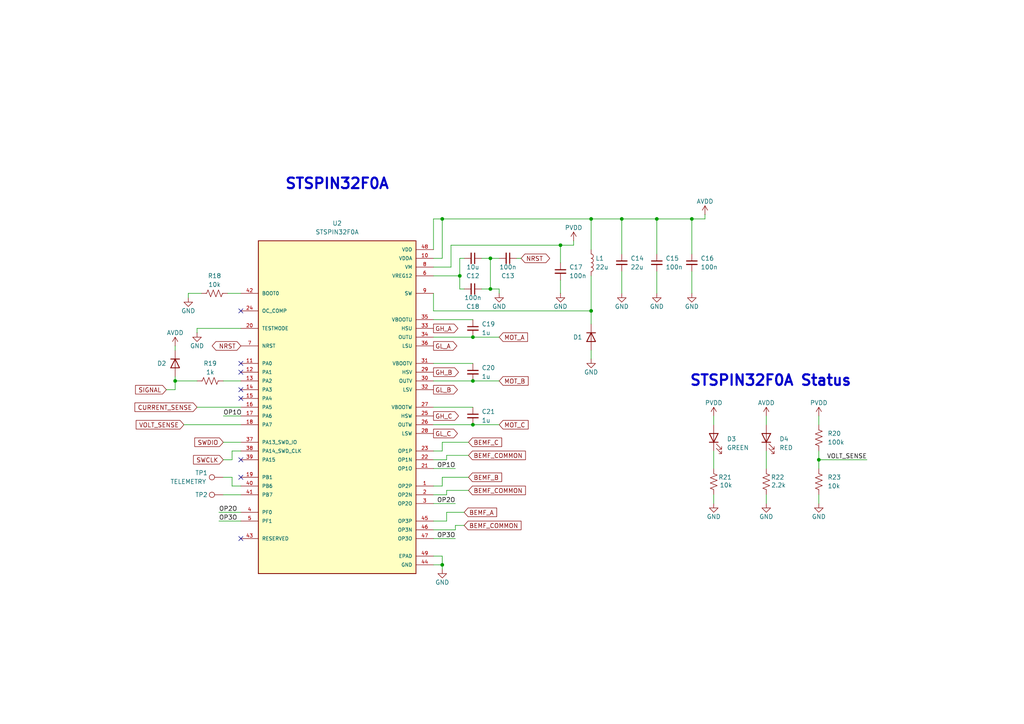
<source format=kicad_sch>
(kicad_sch (version 20231120) (generator "eeschema") (generator_version "8.0")
  (paper "A4")
  (title_block (title "Easy BLDC") (date "2024-08-06") (rev "2.0") (company "Peter Buckley Engineering"))
  (lib_symbols
    (symbol "Connector:TestPoint" (pin_numbers hide) (pin_names (offset 0.762) hide)
      (property "Reference" "TP" (at 0 6.858 0))
      (property "Value" "TestPoint" (at 0 5.08 0))
      (symbol "TestPoint_0_1"
        (circle (center 0 3.302) (radius 0.762))
      )
      (symbol "TestPoint_1_1"
        (pin passive line (at 0 0 90) (length 2.54) (name "1") (number "1"))
      )
    )
    (symbol "Device:C_Small" (pin_numbers hide) (pin_names (offset 0.254) hide)
      (property "Reference" "C" (at 0.254 1.778 0))
      (property "Value" "C_Small" (at 0.254 -2.032 0))
      (symbol "C_Small_0_1"
        (polyline (pts (xy -1.524 -0.508) (xy 1.524 -0.508)) (stroke (width 0.3302)))
        (polyline (pts (xy -1.524 0.508) (xy 1.524 0.508)) (stroke (width 0.3048)))
      )
      (symbol "C_Small_1_1"
        (pin passive line (at 0 2.54 270) (length 2.032) (name "~") (number "1"))
        (pin passive line (at 0 -2.54 90) (length 2.032) (name "~") (number "2"))
      )
    )
    (symbol "Device:D" (pin_numbers hide) (pin_names (offset 1.016) hide)
      (property "Reference" "D" (at 0 2.54 0))
      (property "Value" "D" (at 0 -2.54 0))
      (symbol "D_0_1"
        (polyline (pts (xy -1.27 1.27) (xy -1.27 -1.27)) (stroke (width 0.254)))
        (polyline (pts (xy 1.27 0) (xy -1.27 0)))
        (polyline (pts (xy 1.27 1.27) (xy 1.27 -1.27) (xy -1.27 0) (xy 1.27 1.27)) (stroke (width 0.254)))
      )
      (symbol "D_1_1"
        (pin passive line (at -3.81 0 0) (length 2.54) (name "K") (number "1"))
        (pin passive line (at 3.81 0 180) (length 2.54) (name "A") (number "2"))
      )
    )
    (symbol "Device:L" (pin_numbers hide) (pin_names (offset 1.016) hide)
      (property "Reference" "L" (at -1.27 0 90))
      (property "Value" "L" (at 1.905 0 90))
      (symbol "L_0_1"
        (arc (start 0 -2.54) (mid 0.6323 -1.905) (end 0 -1.27))
        (arc (start 0 -1.27) (mid 0.6323 -0.635) (end 0 0))
        (arc (start 0 0) (mid 0.6323 0.635) (end 0 1.27))
        (arc (start 0 1.27) (mid 0.6323 1.905) (end 0 2.54))
      )
      (symbol "L_1_1"
        (pin passive line (at 0 3.81 270) (length 1.27) (name "1") (number "1"))
        (pin passive line (at 0 -3.81 90) (length 1.27) (name "2") (number "2"))
      )
    )
    (symbol "Device:LED" (pin_numbers hide) (pin_names (offset 1.016) hide)
      (property "Reference" "D" (at 0 2.54 0))
      (property "Value" "LED" (at 0 -2.54 0))
      (symbol "LED_0_1"
        (polyline (pts (xy -1.27 -1.27) (xy -1.27 1.27)) (stroke (width 0.254)))
        (polyline (pts (xy -1.27 0) (xy 1.27 0)))
        (polyline (pts (xy 1.27 -1.27) (xy 1.27 1.27) (xy -1.27 0) (xy 1.27 -1.27)) (stroke (width 0.254)))
        (polyline (pts (xy -3.048 -0.762) (xy -4.572 -2.286) (xy -3.81 -2.286) (xy -4.572 -2.286) (xy -4.572 -1.524)))
        (polyline (pts (xy -1.778 -0.762) (xy -3.302 -2.286) (xy -2.54 -2.286) (xy -3.302 -2.286) (xy -3.302 -1.524)))
      )
      (symbol "LED_1_1"
        (pin passive line (at -3.81 0 0) (length 2.54) (name "K") (number "1"))
        (pin passive line (at 3.81 0 180) (length 2.54) (name "A") (number "2"))
      )
    )
    (symbol "Device:R_US" (pin_numbers hide) (pin_names (offset 0))
      (property "Reference" "R" (at 2.54 0 90))
      (property "Value" "R_US" (at -2.54 0 90))
      (symbol "R_US_0_1"
        (polyline (pts (xy 0 -2.286) (xy 0 -2.54)))
        (polyline (pts (xy 0 2.286) (xy 0 2.54)))
        (polyline (pts (xy 0 -0.762) (xy 1.016 -1.143) (xy 0 -1.524) (xy -1.016 -1.905) (xy 0 -2.286)))
        (polyline (pts (xy 0 0.762) (xy 1.016 0.381) (xy 0 0) (xy -1.016 -0.381) (xy 0 -0.762)))
        (polyline (pts (xy 0 2.286) (xy 1.016 1.905) (xy 0 1.524) (xy -1.016 1.143) (xy 0 0.762)))
      )
      (symbol "R_US_1_1"
        (pin passive line (at 0 3.81 270) (length 1.27) (name "~") (number "1"))
        (pin passive line (at 0 -3.81 90) (length 1.27) (name "~") (number "2"))
      )
    )
    (symbol "EasyBLDC:STSPIN32F0A" (pin_names (offset 1.016))
      (property "Reference" "U" (at -22.86 49.53 0))
      (property "Value" "STSPIN32F0A" (at -22.86 -49.53 0))
      (symbol "STSPIN32F0A_0_0"
        (rectangle (start -22.86 -48.26) (end 22.86 48.26) (stroke (width 0.254)) (fill (type background)))
        (pin input line (at 27.94 -22.86 180) (length 5.08) (name "OP2P") (number "1"))
        (pin power_in line (at 27.94 43.18 180) (length 5.08) (name "VDDA") (number "10"))
        (pin bidirectional line (at -27.94 12.7 0) (length 5.08) (name "PA0") (number "11"))
        (pin bidirectional line (at -27.94 10.16 0) (length 5.08) (name "PA1") (number "12"))
        (pin bidirectional line (at -27.94 7.62 0) (length 5.08) (name "PA2") (number "13"))
        (pin bidirectional line (at -27.94 5.08 0) (length 5.08) (name "PA3") (number "14"))
        (pin bidirectional line (at -27.94 2.54 0) (length 5.08) (name "PA4") (number "15"))
        (pin bidirectional line (at -27.94 0 0) (length 5.08) (name "PA5") (number "16"))
        (pin bidirectional line (at -27.94 -2.54 0) (length 5.08) (name "PA6") (number "17"))
        (pin bidirectional line (at -27.94 -5.08 0) (length 5.08) (name "PA7") (number "18"))
        (pin bidirectional line (at -27.94 -20.32 0) (length 5.08) (name "PB1") (number "19"))
        (pin input line (at 27.94 -25.4 180) (length 5.08) (name "OP2N") (number "2"))
        (pin input line (at -27.94 22.86 0) (length 5.08) (name "TESTMODE") (number "20"))
        (pin output line (at 27.94 -17.78 180) (length 5.08) (name "OP1O") (number "21"))
        (pin input line (at 27.94 -15.24 180) (length 5.08) (name "OP1N") (number "22"))
        (pin input line (at 27.94 -12.7 180) (length 5.08) (name "OP1P") (number "23"))
        (pin input line (at -27.94 27.94 0) (length 5.08) (name "OC_COMP") (number "24"))
        (pin output line (at 27.94 -2.54 180) (length 5.08) (name "HSW") (number "25"))
        (pin output line (at 27.94 -5.08 180) (length 5.08) (name "OUTW") (number "26"))
        (pin power_in line (at 27.94 0 180) (length 5.08) (name "VBOOTW") (number "27"))
        (pin output line (at 27.94 -7.62 180) (length 5.08) (name "LSW") (number "28"))
        (pin output line (at 27.94 10.16 180) (length 5.08) (name "HSV") (number "29"))
        (pin output line (at 27.94 -27.94 180) (length 5.08) (name "OP2O") (number "3"))
        (pin output line (at 27.94 7.62 180) (length 5.08) (name "OUTV") (number "30"))
        (pin power_in line (at 27.94 12.7 180) (length 5.08) (name "VBOOTV") (number "31"))
        (pin output line (at 27.94 5.08 180) (length 5.08) (name "LSV") (number "32"))
        (pin output line (at 27.94 22.86 180) (length 5.08) (name "HSU") (number "33"))
        (pin output line (at 27.94 20.32 180) (length 5.08) (name "OUTU") (number "34"))
        (pin power_in line (at 27.94 25.4 180) (length 5.08) (name "VBOOTU") (number "35"))
        (pin output line (at 27.94 17.78 180) (length 5.08) (name "LSU") (number "36"))
        (pin bidirectional line (at -27.94 -10.16 0) (length 5.08) (name "PA13_SWD_IO") (number "37"))
        (pin bidirectional line (at -27.94 -12.7 0) (length 5.08) (name "PA14_SWD_CLK") (number "38"))
        (pin bidirectional line (at -27.94 -15.24 0) (length 5.08) (name "PA15") (number "39"))
        (pin bidirectional line (at -27.94 -30.48 0) (length 5.08) (name "PF0") (number "4"))
        (pin bidirectional line (at -27.94 -22.86 0) (length 5.08) (name "PB6") (number "40"))
        (pin bidirectional line (at -27.94 -25.4 0) (length 5.08) (name "PB7") (number "41"))
        (pin input line (at -27.94 33.02 0) (length 5.08) (name "BOOT0") (number "42"))
        (pin passive line (at -27.94 -38.1 0) (length 5.08) (name "RESERVED") (number "43"))
        (pin power_in line (at 27.94 -45.72 180) (length 5.08) (name "GND") (number "44"))
        (pin input line (at 27.94 -33.02 180) (length 5.08) (name "OP3P") (number "45"))
        (pin input line (at 27.94 -35.56 180) (length 5.08) (name "OP3N") (number "46"))
        (pin output line (at 27.94 -38.1 180) (length 5.08) (name "OP3O") (number "47"))
        (pin power_in line (at 27.94 45.72 180) (length 5.08) (name "VDD") (number "48"))
        (pin power_in line (at 27.94 -43.18 180) (length 5.08) (name "EPAD") (number "49"))
        (pin bidirectional line (at -27.94 -33.02 0) (length 5.08) (name "PF1") (number "5"))
        (pin power_in line (at 27.94 38.1 180) (length 5.08) (name "VREG12") (number "6"))
        (pin bidirectional line (at -27.94 17.78 0) (length 5.08) (name "NRST") (number "7"))
        (pin power_in line (at 27.94 40.64 180) (length 5.08) (name "VM") (number "8"))
        (pin output line (at 27.94 33.02 180) (length 5.08) (name "SW") (number "9"))
      )
    )
    (symbol "power:+1V1" (power) (pin_numbers hide) (pin_names (offset 0) hide)
      (property "Value" "+1V1" (at 0 3.556 0))
      (symbol "+1V1_0_1"
        (polyline (pts (xy -0.762 1.27) (xy 0 2.54)))
        (polyline (pts (xy 0 0) (xy 0 2.54)))
        (polyline (pts (xy 0 2.54) (xy 0.762 1.27)))
      )
      (symbol "+1V1_1_1"
        (pin power_in line (at 0 0 90) (length 0) (name "~") (number "1"))
      )
    )
    (symbol "power:GND" (power) (pin_numbers hide) (pin_names (offset 0) hide)
      (property "Value" "GND" (at 0 -3.81 0))
      (symbol "GND_0_1"
        (polyline (pts (xy 0 0) (xy 0 -1.27) (xy 1.27 -1.27) (xy 0 -2.54) (xy -1.27 -1.27) (xy 0 -1.27)))
      )
      (symbol "GND_1_1"
        (pin power_in line (at 0 0 270) (length 0) (name "~") (number "1"))
      )
    )
    (symbol "power:VDC" (power) (pin_numbers hide) (pin_names (offset 0) hide)
      (property "Value" "VDC" (at 0 3.556 0))
      (symbol "VDC_0_1"
        (polyline (pts (xy -0.762 1.27) (xy 0 2.54)))
        (polyline (pts (xy 0 0) (xy 0 2.54)))
        (polyline (pts (xy 0 2.54) (xy 0.762 1.27)))
      )
      (symbol "VDC_1_1"
        (pin power_in line (at 0 0 90) (length 0) (name "~") (number "1"))
      )
    )
  )
  (junction (at 137.16 97.79))
  (junction (at 142.24 74.93))
  (junction (at 128.27 63.5))
  (junction (at 128.27 163.83))
  (junction (at 237.49 133.35))
  (junction (at 137.16 110.49))
  (junction (at 180.34 63.5))
  (junction (at 171.45 90.17))
  (junction (at 50.8 110.49))
  (junction (at 200.66 63.5))
  (junction (at 171.45 63.5))
  (junction (at 162.56 71.12))
  (junction (at 137.16 123.19))
  (junction (at 142.24 83.82))
  (junction (at 133.35 80.01))
  (junction (at 190.5 63.5))
  (no_connect (at 69.85 115.57))
  (no_connect (at 69.85 113.03))
  (no_connect (at 69.85 138.43))
  (no_connect (at 69.85 107.95))
  (no_connect (at 69.85 156.21))
  (no_connect (at 69.85 133.35))
  (no_connect (at 69.85 105.41))
  (no_connect (at 69.85 90.17))
  (wire (pts (xy 137.16 97.79) (xy 125.73 97.79)))
  (wire (pts (xy 222.25 120.65) (xy 222.25 123.19)))
  (wire (pts (xy 129.54 151.13) (xy 125.73 151.13)))
  (wire (pts (xy 125.73 80.01) (xy 133.35 80.01)))
  (wire (pts (xy 64.77 133.35) (xy 67.31 133.35)))
  (wire (pts (xy 190.5 78.74) (xy 190.5 85.09)))
  (wire (pts (xy 237.49 133.35) (xy 251.46 133.35)))
  (wire (pts (xy 64.77 120.65) (xy 69.85 120.65)))
  (wire (pts (xy 190.5 63.5) (xy 200.66 63.5)))
  (wire (pts (xy 180.34 63.5) (xy 190.5 63.5)))
  (wire (pts (xy 237.49 130.81) (xy 237.49 133.35)))
  (wire (pts (xy 64.77 110.49) (xy 69.85 110.49)))
  (wire (pts (xy 200.66 78.74) (xy 200.66 85.09)))
  (wire (pts (xy 180.34 78.74) (xy 180.34 85.09)))
  (wire (pts (xy 125.73 143.51) (xy 129.54 143.51)))
  (wire (pts (xy 132.08 153.67) (xy 132.08 152.4)))
  (wire (pts (xy 130.81 71.12) (xy 130.81 77.47)))
  (wire (pts (xy 190.5 63.5) (xy 190.5 73.66)))
  (wire (pts (xy 128.27 74.93) (xy 125.73 74.93)))
  (wire (pts (xy 142.24 74.93) (xy 144.78 74.93)))
  (wire (pts (xy 128.27 138.43) (xy 135.89 138.43)))
  (wire (pts (xy 171.45 80.01) (xy 171.45 90.17)))
  (wire (pts (xy 130.81 77.47) (xy 125.73 77.47)))
  (wire (pts (xy 139.7 83.82) (xy 142.24 83.82)))
  (wire (pts (xy 180.34 63.5) (xy 180.34 73.66)))
  (wire (pts (xy 64.77 143.51) (xy 69.85 143.51)))
  (wire (pts (xy 128.27 165.1) (xy 128.27 163.83)))
  (wire (pts (xy 67.31 133.35) (xy 67.31 130.81)))
  (wire (pts (xy 54.61 85.09) (xy 58.42 85.09)))
  (wire (pts (xy 125.73 105.41) (xy 137.16 105.41)))
  (wire (pts (xy 67.31 138.43) (xy 67.31 140.97)))
  (wire (pts (xy 57.15 95.25) (xy 69.85 95.25)))
  (wire (pts (xy 132.08 156.21) (xy 125.73 156.21)))
  (wire (pts (xy 129.54 148.59) (xy 129.54 151.13)))
  (wire (pts (xy 162.56 81.28) (xy 162.56 85.09)))
  (wire (pts (xy 50.8 100.33) (xy 50.8 101.6)))
  (wire (pts (xy 204.47 63.5) (xy 204.47 62.23)))
  (wire (pts (xy 137.16 110.49) (xy 125.73 110.49)))
  (wire (pts (xy 171.45 90.17) (xy 171.45 93.98)))
  (wire (pts (xy 128.27 63.5) (xy 128.27 74.93)))
  (wire (pts (xy 207.01 130.81) (xy 207.01 135.89)))
  (wire (pts (xy 54.61 86.36) (xy 54.61 85.09)))
  (wire (pts (xy 48.26 113.03) (xy 50.8 113.03)))
  (wire (pts (xy 67.31 140.97) (xy 69.85 140.97)))
  (wire (pts (xy 129.54 143.51) (xy 129.54 142.24)))
  (wire (pts (xy 57.15 118.11) (xy 69.85 118.11)))
  (wire (pts (xy 133.35 80.01) (xy 133.35 74.93)))
  (wire (pts (xy 237.49 133.35) (xy 237.49 135.89)))
  (wire (pts (xy 64.77 138.43) (xy 67.31 138.43)))
  (wire (pts (xy 132.08 146.05) (xy 125.73 146.05)))
  (wire (pts (xy 50.8 110.49) (xy 50.8 109.22)))
  (wire (pts (xy 125.73 130.81) (xy 128.27 130.81)))
  (wire (pts (xy 134.62 83.82) (xy 133.35 83.82)))
  (wire (pts (xy 125.73 161.29) (xy 128.27 161.29)))
  (wire (pts (xy 144.78 97.79) (xy 137.16 97.79)))
  (wire (pts (xy 64.77 128.27) (xy 69.85 128.27)))
  (wire (pts (xy 144.78 110.49) (xy 137.16 110.49)))
  (wire (pts (xy 222.25 143.51) (xy 222.25 146.05)))
  (wire (pts (xy 207.01 120.65) (xy 207.01 123.19)))
  (wire (pts (xy 125.73 63.5) (xy 125.73 72.39)))
  (wire (pts (xy 144.78 83.82) (xy 144.78 85.09)))
  (wire (pts (xy 125.73 133.35) (xy 129.54 133.35)))
  (wire (pts (xy 237.49 143.51) (xy 237.49 146.05)))
  (wire (pts (xy 171.45 63.5) (xy 171.45 72.39)))
  (wire (pts (xy 125.73 90.17) (xy 171.45 90.17)))
  (wire (pts (xy 128.27 63.5) (xy 171.45 63.5)))
  (wire (pts (xy 142.24 74.93) (xy 142.24 83.82)))
  (wire (pts (xy 128.27 161.29) (xy 128.27 163.83)))
  (wire (pts (xy 207.01 143.51) (xy 207.01 146.05)))
  (wire (pts (xy 67.31 130.81) (xy 69.85 130.81)))
  (wire (pts (xy 125.73 123.19) (xy 137.16 123.19)))
  (wire (pts (xy 133.35 80.01) (xy 133.35 83.82)))
  (wire (pts (xy 128.27 163.83) (xy 125.73 163.83)))
  (wire (pts (xy 200.66 63.5) (xy 204.47 63.5)))
  (wire (pts (xy 128.27 140.97) (xy 128.27 138.43)))
  (wire (pts (xy 142.24 83.82) (xy 144.78 83.82)))
  (wire (pts (xy 171.45 101.6) (xy 171.45 104.14)))
  (wire (pts (xy 50.8 110.49) (xy 57.15 110.49)))
  (wire (pts (xy 130.81 71.12) (xy 162.56 71.12)))
  (wire (pts (xy 133.35 74.93) (xy 134.62 74.93)))
  (wire (pts (xy 125.73 140.97) (xy 128.27 140.97)))
  (wire (pts (xy 50.8 113.03) (xy 50.8 110.49)))
  (wire (pts (xy 132.08 152.4) (xy 134.62 152.4)))
  (wire (pts (xy 128.27 130.81) (xy 128.27 128.27)))
  (wire (pts (xy 129.54 142.24) (xy 135.89 142.24)))
  (wire (pts (xy 144.78 123.19) (xy 137.16 123.19)))
  (wire (pts (xy 129.54 132.08) (xy 135.89 132.08)))
  (wire (pts (xy 162.56 71.12) (xy 162.56 76.2)))
  (wire (pts (xy 171.45 63.5) (xy 180.34 63.5)))
  (wire (pts (xy 166.37 71.12) (xy 162.56 71.12)))
  (wire (pts (xy 200.66 63.5) (xy 200.66 73.66)))
  (wire (pts (xy 63.5 148.59) (xy 69.85 148.59)))
  (wire (pts (xy 125.73 90.17) (xy 125.73 85.09)))
  (wire (pts (xy 129.54 148.59) (xy 134.62 148.59)))
  (wire (pts (xy 149.86 74.93) (xy 151.13 74.93)))
  (wire (pts (xy 66.04 85.09) (xy 69.85 85.09)))
  (wire (pts (xy 128.27 128.27) (xy 135.89 128.27)))
  (wire (pts (xy 125.73 92.71) (xy 137.16 92.71)))
  (wire (pts (xy 53.34 123.19) (xy 69.85 123.19)))
  (wire (pts (xy 125.73 153.67) (xy 132.08 153.67)))
  (wire (pts (xy 132.08 135.89) (xy 125.73 135.89)))
  (wire (pts (xy 125.73 63.5) (xy 128.27 63.5)))
  (wire (pts (xy 139.7 74.93) (xy 142.24 74.93)))
  (wire (pts (xy 125.73 118.11) (xy 137.16 118.11)))
  (wire (pts (xy 57.15 96.52) (xy 57.15 95.25)))
  (wire (pts (xy 129.54 133.35) (xy 129.54 132.08)))
  (wire (pts (xy 166.37 69.85) (xy 166.37 71.12)))
  (wire (pts (xy 63.5 151.13) (xy 69.85 151.13)))
  (wire (pts (xy 237.49 120.65) (xy 237.49 123.19)))
  (wire (pts (xy 222.25 130.81) (xy 222.25 135.89)))
  (text "STSPIN32F0A Status\n" (at 223.52 110.49 0) (effects (font (size 3.048 3.048) (bold yes))))
  (text "STSPIN32F0A\n\n" (at 97.79 55.88 0) (effects (font (size 3.048 3.048) (bold yes))))
  (label "OP1O" (at 132.08 135.89 180))
  (label "OP3O" (at 63.5 151.13 0))
  (label "OP2O" (at 63.5 148.59 0))
  (label "OP2O" (at 132.08 146.05 180))
  (label "OP3O" (at 132.08 156.21 180))
  (label "VOLT_SENSE" (at 251.46 133.35 180))
  (label "OP1O" (at 64.77 120.65 0))
  (global_label "NRST" (shape bidirectional) (at 69.85 100.33 180) (property "Intersheetrefs" "${INTERSHEET_REFS}" (effects (hide yes))))
  (global_label "BEMF_COMMON" (shape input) (at 135.89 142.24 0) (property "Intersheetrefs" "${INTERSHEET_REFS}" (effects (hide yes))))
  (global_label "GH_B" (shape output) (at 125.73 107.95 0) (property "Intersheetrefs" "${INTERSHEET_REFS}" (effects (hide yes))))
  (global_label "NRST" (shape bidirectional) (at 151.13 74.93 0) (property "Intersheetrefs" "${INTERSHEET_REFS}" (effects (hide yes))))
  (global_label "MOT_C" (shape input) (at 144.78 123.19 0) (property "Intersheetrefs" "${INTERSHEET_REFS}" (effects (hide yes))))
  (global_label "MOT_B" (shape input) (at 144.78 110.49 0) (property "Intersheetrefs" "${INTERSHEET_REFS}" (effects (hide yes))))
  (global_label "VOLT_SENSE" (shape input) (at 53.34 123.19 180) (property "Intersheetrefs" "${INTERSHEET_REFS}" (effects (hide yes))))
  (global_label "BEMF_A" (shape input) (at 134.62 148.59 0) (property "Intersheetrefs" "${INTERSHEET_REFS}" (effects (hide yes))))
  (global_label "BEMF_C" (shape input) (at 135.89 128.27 0) (property "Intersheetrefs" "${INTERSHEET_REFS}" (effects (hide yes))))
  (global_label "BEMF_COMMON" (shape input) (at 134.62 152.4 0) (property "Intersheetrefs" "${INTERSHEET_REFS}" (effects (hide yes))))
  (global_label "BEMF_B" (shape input) (at 135.89 138.43 0) (property "Intersheetrefs" "${INTERSHEET_REFS}" (effects (hide yes))))
  (global_label "SWDIO" (shape input) (at 64.77 128.27 180) (property "Intersheetrefs" "${INTERSHEET_REFS}" (effects (hide yes))))
  (global_label "SWCLK" (shape input) (at 64.77 133.35 180) (property "Intersheetrefs" "${INTERSHEET_REFS}" (effects (hide yes))))
  (global_label "CURRENT_SENSE" (shape input) (at 57.15 118.11 180) (property "Intersheetrefs" "${INTERSHEET_REFS}" (effects (hide yes))))
  (global_label "GL_C" (shape output) (at 125.73 125.73 0) (property "Intersheetrefs" "${INTERSHEET_REFS}" (effects (hide yes))))
  (global_label "SIGNAL" (shape input) (at 48.26 113.03 180) (property "Intersheetrefs" "${INTERSHEET_REFS}" (effects (hide yes))))
  (global_label "GH_A" (shape output) (at 125.73 95.25 0) (property "Intersheetrefs" "${INTERSHEET_REFS}" (effects (hide yes))))
  (global_label "GH_C" (shape output) (at 125.73 120.65 0) (property "Intersheetrefs" "${INTERSHEET_REFS}" (effects (hide yes))))
  (global_label "MOT_A" (shape input) (at 144.78 97.79 0) (property "Intersheetrefs" "${INTERSHEET_REFS}" (effects (hide yes))))
  (global_label "GL_B" (shape output) (at 125.73 113.03 0) (property "Intersheetrefs" "${INTERSHEET_REFS}" (effects (hide yes))))
  (global_label "GL_A" (shape output) (at 125.73 100.33 0) (property "Intersheetrefs" "${INTERSHEET_REFS}" (effects (hide yes))))
  (global_label "BEMF_COMMON" (shape input) (at 135.89 132.08 0) (property "Intersheetrefs" "${INTERSHEET_REFS}" (effects (hide yes))))
  (symbol (lib_id "Device:C_Small") (at 200.66 76.2 0) (unit 1)
    (property "Reference" "C16" (at 203.2 74.9362 0) (effects (justify left)))
    (property "Value" "100n" (at 203.2 77.4762 0) (effects (justify left)))
    (property "Footprint" "Capacitor_SMD:C_0402_1005Metric" (effects (hide yes)))
    (property "Description" "Unpolarized capacitor, small symbol" (effects (hide yes)))
  )
  (symbol (lib_id "Device:LED") (at 207.01 127 90) (unit 1)
    (property "Reference" "D3" (at 210.82 127.3174 90) (effects (justify right)))
    (property "Value" "GREEN" (at 210.82 129.8574 90) (effects (justify right)))
    (property "Footprint" "LED_SMD:LED_0603_1608Metric" (effects (hide yes)))
    (property "Description" "Light emitting diode" (effects (hide yes)))
  )
  (symbol (lib_id "Device:R_US") (at 237.49 127 0) (unit 1)
    (property "Reference" "R20" (at 240.03 125.7299 0) (effects (justify left)))
    (property "Value" "100k" (at 240.03 128.2699 0) (effects (justify left)))
    (property "Footprint" "Resistor_SMD:R_0402_1005Metric" (effects (hide yes)))
    (property "Description" "Resistor, US symbol" (effects (hide yes)))
  )
  (symbol (lib_id "power:GND") (at 57.15 96.52 0) (unit 1)
    (property "Reference" "#PWR024" (effects (hide yes)))
    (property "Value" "GND" (at 57.15 100.33 0))
    (property "Description" "Power symbol creates a global label with name \"GND\" , ground" (effects (hide yes)))
  )
  (symbol (lib_id "power:+1V1") (at 204.47 62.23 0) (unit 1)
    (property "Reference" "#PWR016" (effects (hide yes)))
    (property "Value" "AVDD" (at 204.47 58.42 0))
    (property "Description" "Power symbol creates a global label with name \"+1V1\"" (effects (hide yes)))
  )
  (symbol (lib_id "Connector:TestPoint") (at 64.77 138.43 90) (unit 1)
    (property "Reference" "TP1" (at 58.42 137.16 90))
    (property "Value" "TELEMETRY" (at 54.61 139.7 90))
    (property "Footprint" "TestPoint:TestPoint_Pad_D1.5mm" (effects (hide yes)))
    (property "Description" "test point" (effects (hide yes)))
  )
  (symbol (lib_id "power:VDC") (at 237.49 120.65 0) (unit 1)
    (property "Reference" "#PWR029" (effects (hide yes)))
    (property "Value" "PVDD" (at 237.49 116.84 0))
    (property "Description" "Power symbol creates a global label with name \"VDC\"" (effects (hide yes)))
  )
  (symbol (lib_id "Device:C_Small") (at 137.16 107.95 0) (unit 1)
    (property "Reference" "C20" (at 139.7 106.6862 0) (effects (justify left)))
    (property "Value" "1u" (at 139.7 109.2262 0) (effects (justify left)))
    (property "Footprint" "Capacitor_SMD:C_0402_1005Metric" (effects (hide yes)))
    (property "Description" "Unpolarized capacitor, small symbol" (effects (hide yes)))
  )
  (symbol (lib_id "Device:LED") (at 222.25 127 90) (unit 1)
    (property "Reference" "D4" (at 226.06 127.3174 90) (effects (justify right)))
    (property "Value" "RED" (at 226.06 129.8574 90) (effects (justify right)))
    (property "Footprint" "LED_SMD:LED_0603_1608Metric" (effects (hide yes)))
    (property "Description" "Light emitting diode" (effects (hide yes)))
  )
  (symbol (lib_id "Device:D") (at 171.45 97.79 90) (mirror x) (unit 1)
    (property "Reference" "D1" (at 168.91 97.79 90) (effects (justify left)))
    (property "Value" "D" (effects (hide yes)))
    (property "Footprint" "Diode_SMD:D_0402_1005Metric" (effects (hide yes)))
    (property "Description" "Diode" (effects (hide yes)))
    (property "Sim.Device" "D" (effects (hide yes)))
    (property "Sim.Pins" "1=K 2=A" (effects (hide yes)))
  )
  (symbol (lib_id "power:GND") (at 237.49 146.05 0) (unit 1)
    (property "Reference" "#PWR032" (effects (hide yes)))
    (property "Value" "GND" (at 237.49 149.86 0))
    (property "Description" "Power symbol creates a global label with name \"GND\" , ground" (effects (hide yes)))
  )
  (symbol (lib_id "Connector:TestPoint") (at 64.77 143.51 90) (unit 1)
    (property "Reference" "TP2" (at 58.42 143.51 90))
    (property "Value" "TestPoint" (effects (hide yes)))
    (property "Footprint" "TestPoint:TestPoint_Pad_D1.5mm" (effects (hide yes)))
    (property "Description" "test point" (effects (hide yes)))
  )
  (symbol (lib_id "Device:C_Small") (at 137.16 74.93 270) (mirror x) (unit 1)
    (property "Reference" "C12" (at 137.1536 80.01 90))
    (property "Value" "10u" (at 137.1536 77.47 90))
    (property "Footprint" "Capacitor_SMD:C_0805_2012Metric" (effects (hide yes)))
    (property "Description" "Unpolarized capacitor, small symbol" (effects (hide yes)))
  )
  (symbol (lib_id "Device:C_Small") (at 190.5 76.2 0) (unit 1)
    (property "Reference" "C15" (at 193.04 74.9362 0) (effects (justify left)))
    (property "Value" "100n" (at 193.04 77.4762 0) (effects (justify left)))
    (property "Footprint" "Capacitor_SMD:C_0402_1005Metric" (effects (hide yes)))
    (property "Description" "Unpolarized capacitor, small symbol" (effects (hide yes)))
  )
  (symbol (lib_id "EasyBLDC:STSPIN32F0A") (at 97.79 118.11 0) (unit 1)
    (property "Reference" "U2" (at 97.79 64.77 0))
    (property "Value" "STSPIN32F0A" (at 97.79 67.31 0))
    (property "Footprint" "EasyBLDC:IC_STSPIN32F0A" (effects (hide yes)))
    (property "MF" "STMicroelectronics" (effects (hide yes)))
    (property "MAXIMUM_PACKAGE_HEIGHT" "1.1 mm" (effects (hide yes)))
    (property "Package" "VFQFPN-48 STMicroelectronics" (effects (hide yes)))
    (property "Price" "None" (effects (hide yes)))
    (property "Check_prices" "https://www.snapeda.com/parts/STSPIN32F0A/STMicroelectronics/view-part/?ref=eda" (effects (hide yes)))
    (property "STANDARD" "Manufacturer Recommendations" (effects (hide yes)))
    (property "PARTREV" "2" (effects (hide yes)))
    (property "SnapEDA_Link" "https://www.snapeda.com/parts/STSPIN32F0A/STMicroelectronics/view-part/?ref=snap" (effects (hide yes)))
    (property "MP" "STSPIN32F0A" (effects (hide yes)))
    (property "Description_1" "\n                        \n                            IC BLDC CTLR STM32 48VFQFPN\n                        \n" (effects (hide yes)))
    (property "MANUFACTURER" "STMicroelectronics" (effects (hide yes)))
    (property "Availability" "In Stock" (effects (hide yes)))
    (property "SNAPEDA_PN" "STSPIN32F0ATR" (effects (hide yes)))
  )
  (symbol (lib_id "Device:C_Small") (at 147.32 74.93 270) (mirror x) (unit 1)
    (property "Reference" "C13" (at 147.3136 80.01 90))
    (property "Value" "100n" (at 147.3136 77.47 90))
    (property "Footprint" "Capacitor_SMD:C_0402_1005Metric" (effects (hide yes)))
    (property "Description" "Unpolarized capacitor, small symbol" (effects (hide yes)))
  )
  (symbol (lib_id "power:GND") (at 54.61 86.36 0) (unit 1)
    (property "Reference" "#PWR023" (effects (hide yes)))
    (property "Value" "GND" (at 54.61 90.17 0))
    (property "Description" "Power symbol creates a global label with name \"GND\" , ground" (effects (hide yes)))
  )
  (symbol (lib_id "power:GND") (at 207.01 146.05 0) (unit 1)
    (property "Reference" "#PWR030" (effects (hide yes)))
    (property "Value" "GND" (at 207.01 149.86 0))
    (property "Description" "Power symbol creates a global label with name \"GND\" , ground" (effects (hide yes)))
  )
  (symbol (lib_id "Device:R_US") (at 207.01 139.7 180) (unit 1)
    (property "Reference" "R21" (at 210.312 138.43 0))
    (property "Value" "10k" (at 210.566 140.716 0))
    (property "Footprint" "Resistor_SMD:R_0201_0603Metric" (effects (hide yes)))
    (property "Description" "Resistor, US symbol" (effects (hide yes)))
  )
  (symbol (lib_id "power:GND") (at 180.34 85.09 0) (unit 1)
    (property "Reference" "#PWR020" (effects (hide yes)))
    (property "Value" "GND" (at 180.34 88.9 0))
    (property "Description" "Power symbol creates a global label with name \"GND\" , ground" (effects (hide yes)))
  )
  (symbol (lib_id "Device:L") (at 171.45 76.2 0) (unit 1)
    (property "Reference" "L1" (at 172.72 74.9299 0) (effects (justify left)))
    (property "Value" "22u" (at 172.72 77.4699 0) (effects (justify left)))
    (property "Footprint" "Inductor_SMD:L_0805_2012Metric" (effects (hide yes)))
    (property "Description" "Inductor" (effects (hide yes)))
  )
  (symbol (lib_id "Device:C_Small") (at 137.16 120.65 0) (unit 1)
    (property "Reference" "C21" (at 139.7 119.3862 0) (effects (justify left)))
    (property "Value" "1u" (at 139.7 121.9262 0) (effects (justify left)))
    (property "Footprint" "Capacitor_SMD:C_0402_1005Metric" (effects (hide yes)))
    (property "Description" "Unpolarized capacitor, small symbol" (effects (hide yes)))
  )
  (symbol (lib_id "power:GND") (at 162.56 85.09 0) (unit 1)
    (property "Reference" "#PWR019" (effects (hide yes)))
    (property "Value" "GND" (at 162.56 88.9 0))
    (property "Description" "Power symbol creates a global label with name \"GND\" , ground" (effects (hide yes)))
  )
  (symbol (lib_id "Device:C_Small") (at 137.16 95.25 0) (unit 1)
    (property "Reference" "C19" (at 139.7 93.9862 0) (effects (justify left)))
    (property "Value" "1u" (at 139.7 96.5262 0) (effects (justify left)))
    (property "Footprint" "Capacitor_SMD:C_0402_1005Metric" (effects (hide yes)))
    (property "Description" "Unpolarized capacitor, small symbol" (effects (hide yes)))
  )
  (symbol (lib_id "Device:R_US") (at 222.25 139.7 180) (unit 1)
    (property "Reference" "R22" (at 225.552 138.43 0))
    (property "Value" "2.2k" (at 225.806 140.716 0))
    (property "Footprint" "Resistor_SMD:R_0201_0603Metric" (effects (hide yes)))
    (property "Description" "Resistor, US symbol" (effects (hide yes)))
  )
  (symbol (lib_id "Device:R_US") (at 60.96 110.49 90) (unit 1)
    (property "Reference" "R19" (at 60.96 105.41 90))
    (property "Value" "1k" (at 60.96 107.95 90))
    (property "Footprint" "Resistor_SMD:R_0402_1005Metric" (effects (hide yes)))
    (property "Description" "Resistor, US symbol" (effects (hide yes)))
  )
  (symbol (lib_id "power:+1V1") (at 50.8 100.33 0) (unit 1)
    (property "Reference" "#PWR025" (effects (hide yes)))
    (property "Value" "AVDD" (at 50.8 96.52 0))
    (property "Description" "Power symbol creates a global label with name \"+1V1\"" (effects (hide yes)))
  )
  (symbol (lib_id "power:+1V1") (at 207.01 120.65 0) (unit 1)
    (property "Reference" "#PWR027" (effects (hide yes)))
    (property "Value" "PVDD" (at 207.01 116.84 0))
    (property "Description" "Power symbol creates a global label with name \"+1V1\"" (effects (hide yes)))
  )
  (symbol (lib_id "Device:D") (at 50.8 105.41 90) (mirror x) (unit 1)
    (property "Reference" "D2" (at 48.26 105.41 90) (effects (justify left)))
    (property "Value" "D" (effects (hide yes)))
    (property "Footprint" "Diode_SMD:D_0402_1005Metric" (effects (hide yes)))
    (property "Description" "Diode" (effects (hide yes)))
    (property "Sim.Device" "D" (effects (hide yes)))
    (property "Sim.Pins" "1=K 2=A" (effects (hide yes)))
  )
  (symbol (lib_id "Device:C_Small") (at 137.16 83.82 270) (mirror x) (unit 1)
    (property "Reference" "C18" (at 137.1536 88.9 90))
    (property "Value" "100n" (at 137.1536 86.36 90))
    (property "Footprint" "Capacitor_SMD:C_0402_1005Metric" (effects (hide yes)))
    (property "Description" "Unpolarized capacitor, small symbol" (effects (hide yes)))
  )
  (symbol (lib_id "Device:C_Small") (at 180.34 76.2 0) (unit 1)
    (property "Reference" "C14" (at 182.88 74.9362 0) (effects (justify left)))
    (property "Value" "22u" (at 182.88 77.4762 0) (effects (justify left)))
    (property "Footprint" "Capacitor_SMD:C_0805_2012Metric" (effects (hide yes)))
    (property "Description" "Unpolarized capacitor, small symbol" (effects (hide yes)))
  )
  (symbol (lib_id "power:GND") (at 222.25 146.05 0) (unit 1)
    (property "Reference" "#PWR031" (effects (hide yes)))
    (property "Value" "GND" (at 222.25 149.86 0))
    (property "Description" "Power symbol creates a global label with name \"GND\" , ground" (effects (hide yes)))
  )
  (symbol (lib_id "power:+1V1") (at 166.37 69.85 0) (unit 1)
    (property "Reference" "#PWR017" (effects (hide yes)))
    (property "Value" "PVDD" (at 166.37 66.04 0))
    (property "Description" "Power symbol creates a global label with name \"+1V1\"" (effects (hide yes)))
  )
  (symbol (lib_id "Device:C_Small") (at 162.56 78.74 0) (unit 1)
    (property "Reference" "C17" (at 165.1 77.4762 0) (effects (justify left)))
    (property "Value" "100n" (at 165.1 80.0162 0) (effects (justify left)))
    (property "Footprint" "Capacitor_SMD:C_0402_1005Metric" (effects (hide yes)))
    (property "Description" "Unpolarized capacitor, small symbol" (effects (hide yes)))
  )
  (symbol (lib_id "power:GND") (at 200.66 85.09 0) (unit 1)
    (property "Reference" "#PWR022" (effects (hide yes)))
    (property "Value" "GND" (at 200.66 88.9 0))
    (property "Description" "Power symbol creates a global label with name \"GND\" , ground" (effects (hide yes)))
  )
  (symbol (lib_id "power:GND") (at 144.78 85.09 0) (unit 1)
    (property "Reference" "#PWR018" (effects (hide yes)))
    (property "Value" "GND" (at 144.78 88.9 0))
    (property "Description" "Power symbol creates a global label with name \"GND\" , ground" (effects (hide yes)))
  )
  (symbol (lib_id "power:GND") (at 128.27 165.1 0) (unit 1)
    (property "Reference" "#PWR033" (effects (hide yes)))
    (property "Value" "GND" (at 128.27 168.91 0))
    (property "Description" "Power symbol creates a global label with name \"GND\" , ground" (effects (hide yes)))
  )
  (symbol (lib_id "Device:R_US") (at 237.49 139.7 0) (unit 1)
    (property "Reference" "R23" (at 240.03 138.4299 0) (effects (justify left)))
    (property "Value" "10k" (at 240.03 140.9699 0) (effects (justify left)))
    (property "Footprint" "Resistor_SMD:R_0402_1005Metric" (effects (hide yes)))
    (property "Description" "Resistor, US symbol" (effects (hide yes)))
  )
  (symbol (lib_id "power:GND") (at 190.5 85.09 0) (unit 1)
    (property "Reference" "#PWR021" (effects (hide yes)))
    (property "Value" "GND" (at 190.5 88.9 0))
    (property "Description" "Power symbol creates a global label with name \"GND\" , ground" (effects (hide yes)))
  )
  (symbol (lib_id "power:+1V1") (at 222.25 120.65 0) (unit 1)
    (property "Reference" "#PWR028" (effects (hide yes)))
    (property "Value" "AVDD" (at 222.25 116.84 0))
    (property "Description" "Power symbol creates a global label with name \"+1V1\"" (effects (hide yes)))
  )
  (symbol (lib_id "power:GND") (at 171.45 104.14 0) (unit 1)
    (property "Reference" "#PWR026" (effects (hide yes)))
    (property "Value" "GND" (at 171.45 107.95 0))
    (property "Description" "Power symbol creates a global label with name \"GND\" , ground" (effects (hide yes)))
  )
  (symbol (lib_id "Device:R_US") (at 62.23 85.09 90) (unit 1)
    (property "Reference" "R18" (at 62.23 80.01 90))
    (property "Value" "10k" (at 62.23 82.55 90))
    (property "Footprint" "Resistor_SMD:R_0402_1005Metric" (effects (hide yes)))
    (property "Description" "Resistor, US symbol" (effects (hide yes)))
  )
)
</source>
